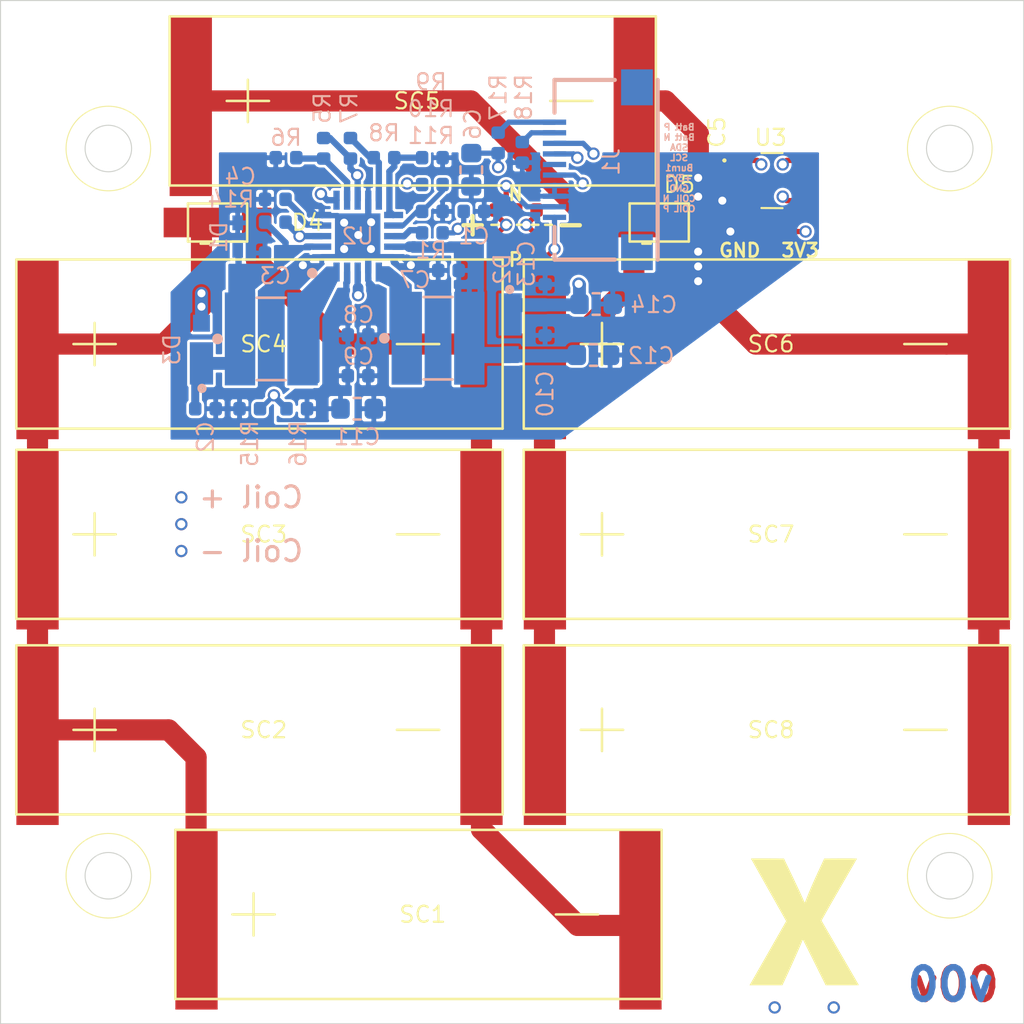
<source format=kicad_pcb>
(kicad_pcb (version 20171130) (host pcbnew "(5.1.4)-1")
  (layers (0 Top signal hide) (1 In1.Cu signal hide) (2 In2.Cu signal hide) (3 In3.Cu signal hide) (4 In4.Cu signal hide) (31 Bottom signal) (34 B.Paste user) (35 F.Paste user hide) (36 B.SilkS user) (37 F.SilkS user hide) (38 B.Mask user) (39 F.Mask user hide) (44 Edge.Cuts user))
  (net 0 "")
  (net 1 GND)
  (net 2 +3V3)
  (net 3 SDA1)
  (net 4 SCL1)
  (net 5 /VBAT)
  (net 6 "Net-(L1-Pad2)")
  (net 7 VOUT_EN)
  (net 8 VSOLAR)
  (net 9 VBAT_OK)
  (net 10 BATT_N)
  (net 11 BATT_P)
  (net 12 BURN1)
  (net 13 COIL_N)
  (net 14 COIL_P)
  (net 15 "Net-(C4-Pad1)")
  (net 16 "Net-(C10-Pad1)")
  (net 17 "Net-(C11-Pad1)")
  (net 18 "Net-(L2-Pad1)")
  (net 19 "Net-(R10-Pad2)")
  (net 20 "Net-(R5-Pad1)")
  (net 21 "Net-(R7-Pad1)")
  (net 22 "Net-(R8-Pad1)")
  (net 23 "Net-(R10-Pad1)")
  (net 24 "Net-(R14-Pad1)")
  (net 25 "Net-(D3-Pad2)")
  (net 26 "Net-(D4-Pad2)")
  (net 27 "Net-(R12-Pad1)")
  (net 28 "Net-(U3-Pad5)")
  (net 29 /coil)
  (module SolarCellParts:KXOB25-05X3F (layer Top) (at 99.27 83.23)
    (fp_text reference SC1 (at 10.7 0) (layer F.SilkS) (effects (font (size 0.762 0.762) (thickness 0.1016))))
    (fp_text value SolarCell_Small)
    (pad 2 smd rect (at 21 0.25) (size 2 8.5) (layers Top F.Paste F.Mask) (net 26 "Net-(D4-Pad2)"))
    (pad 1 smd rect (at 0 0.25) (size 2 8.5) (layers Top F.Paste F.Mask) (net 25 "Net-(D3-Pad2)"))
  )
  (module SolarCellParts:KXOB25-05X3F (layer Top) (at 115.75 74.5)
    (fp_text reference SC8 (at 10.7 0) (layer F.SilkS) (effects (font (size 0.762 0.762) (thickness 0.1016))))
    (fp_text value SolarCell_Small)
    (pad 2 smd rect (at 21 0.25) (size 2 8.5) (layers Top F.Paste F.Mask) (net 1 GND))
    (pad 1 smd rect (at 0 0.25) (size 2 8.5) (layers Top F.Paste F.Mask) (net 26 "Net-(D4-Pad2)"))
  )
  (module SolarCellParts:KXOB25-05X3F (layer Top) (at 115.75 65.25)
    (fp_text reference SC7 (at 10.7 0) (layer F.SilkS) (effects (font (size 0.762 0.762) (thickness 0.1016))))
    (fp_text value SolarCell_Small)
    (pad 2 smd rect (at 21 0.25) (size 2 8.5) (layers Top F.Paste F.Mask) (net 1 GND))
    (pad 1 smd rect (at 0 0.25) (size 2 8.5) (layers Top F.Paste F.Mask) (net 26 "Net-(D4-Pad2)"))
  )
  (module SolarCellParts:KXOB25-05X3F (layer Top) (at 115.75 56.25)
    (fp_text reference SC6 (at 10.7 0) (layer F.SilkS) (effects (font (size 0.762 0.762) (thickness 0.1016))))
    (fp_text value SolarCell_Small)
    (pad 2 smd rect (at 21 0.25) (size 2 8.5) (layers Top F.Paste F.Mask) (net 1 GND))
    (pad 1 smd rect (at 0 0.25) (size 2 8.5) (layers Top F.Paste F.Mask) (net 26 "Net-(D4-Pad2)"))
  )
  (module SolarCellParts:KXOB25-05X3F (layer Top) (at 99 44.75)
    (fp_text reference SC5 (at 10.7 0) (layer F.SilkS) (effects (font (size 0.762 0.762) (thickness 0.1016))))
    (fp_text value SolarCell_Small)
    (pad 2 smd rect (at 21 0.25) (size 2 8.5) (layers Top F.Paste F.Mask) (net 1 GND))
    (pad 1 smd rect (at 0 0.25) (size 2 8.5) (layers Top F.Paste F.Mask) (net 26 "Net-(D4-Pad2)"))
  )
  (module SolarCellParts:KXOB25-05X3F (layer Top) (at 91.75 56.25)
    (fp_text reference SC4 (at 10.7 0) (layer F.SilkS) (effects (font (size 0.762 0.762) (thickness 0.1016))))
    (fp_text value SolarCell_Small)
    (pad 2 smd rect (at 21 0.25) (size 2 8.5) (layers Top F.Paste F.Mask) (net 26 "Net-(D4-Pad2)"))
    (pad 1 smd rect (at 0 0.25) (size 2 8.5) (layers Top F.Paste F.Mask) (net 25 "Net-(D3-Pad2)"))
  )
  (module SolarCellParts:KXOB25-05X3F (layer Top) (at 91.75 65.25)
    (fp_text reference SC3 (at 10.7 0) (layer F.SilkS) (effects (font (size 0.762 0.762) (thickness 0.1016))))
    (fp_text value SolarCell_Small)
    (pad 2 smd rect (at 21 0.25) (size 2 8.5) (layers Top F.Paste F.Mask) (net 26 "Net-(D4-Pad2)"))
    (pad 1 smd rect (at 0 0.25) (size 2 8.5) (layers Top F.Paste F.Mask) (net 25 "Net-(D3-Pad2)"))
  )
  (module SolarCellParts:KXOB25-05X3F (layer Top) (at 91.75 74.5)
    (fp_text reference SC2 (at 10.7 0) (layer F.SilkS) (effects (font (size 0.762 0.762) (thickness 0.1016))))
    (fp_text value SolarCell_Small)
    (pad 2 smd rect (at 21 0.25) (size 2 8.5) (layers Top F.Paste F.Mask) (net 26 "Net-(D4-Pad2)"))
    (pad 1 smd rect (at 0 0.25) (size 2 8.5) (layers Top F.Paste F.Mask) (net 25 "Net-(D3-Pad2)"))
  )
  (module custom-footprints:xpanel (layer Top) (at 144.8435 82.6135)
    (fp_text reference Ref** hide)
    (fp_text value Val** hide)
  )
  (module Resistor_SMD:R_0402_1005Metric (layer Top) (at 114.8715 49.911 180)
    (fp_text reference R19 hide)
    (fp_text value 0)
    (pad 2 smd roundrect (at 0.485 0 180) (size 0.59 0.64) (layers Top F.Paste F.Mask) (net 13 COIL_N))
    (pad 1 smd roundrect (at -0.485 0 180) (size 0.59 0.64) (layers Top F.Paste F.Mask) (net 29 /coil))
  )
  (module Resistor_SMD:R_0402_1005Metric (layer Top) (at 113.90122 49.911 180)
    (fp_text reference R4 hide)
    (fp_text value 0)
    (pad 2 smd roundrect (at 0.485 0 180) (size 0.59 0.64) (layers Top F.Paste F.Mask) (net 29 /coil))
    (pad 1 smd roundrect (at -0.485 0 180) (size 0.59 0.64) (layers Top F.Paste F.Mask) (net 13 COIL_N))
  )
  (module Resistor_SMD:R_0402_1005Metric (layer Top) (at 114.8715 51.308 180)
    (fp_text reference R3 hide)
    (fp_text value 0)
    (pad 2 smd roundrect (at 0.485 0 180) (size 0.59 0.64) (layers Top F.Paste F.Mask) (net 14 COIL_P))
    (pad 1 smd roundrect (at -0.485 0 180) (size 0.59 0.64) (layers Top F.Paste F.Mask) (net 29 /coil))
  )
  (module Resistor_SMD:R_0402_1005Metric (layer Top) (at 113.90122 51.308 180)
    (fp_text reference R2 hide)
    (fp_text value 0)
    (pad 2 smd roundrect (at 0.485 0 180) (size 0.59 0.64) (layers Top F.Paste F.Mask) (net 29 /coil))
    (pad 1 smd roundrect (at -0.485 0 180) (size 0.59 0.64) (layers Top F.Paste F.Mask) (net 14 COIL_P))
  )
  (module custom-footprints:MICROSMP (layer Bottom) (at 99.5045 56.515 90)
    (fp_text reference D3 (at 0 -1.397 270) (layer B.SilkS) (effects (font (size 0.762 0.762) (thickness 0.1016)) (justify mirror)))
    (fp_text value MSS1P4-M3_89A hide)
    (pad 2 smd rect (at 1.25 0) (size 0.8 0.8) (layers Bottom B.Paste B.Mask) (net 25 "Net-(D3-Pad2)"))
    (pad 1 smd rect (at -0.65 0) (size 1.1 2) (layers Bottom B.Paste B.Mask) (net 8 VSOLAR))
  )
  (module misc-circuits:TSL2561 (layer Top) (at 126.492 48.514)
    (fp_text reference U3 (at -0.0635 -2.032) (layer F.SilkS) (effects (font (size 0.762 0.762) (thickness 0.1016))))
    (fp_text value TSL2561 hide)
    (pad 6 smd rect (at 1.45 -0.95 90) (size 0.7 0.9) (layers Top F.Paste F.Mask) (net 3 SDA1))
    (pad 5 smd rect (at 1.45 0 90) (size 0.7 0.9) (layers Top F.Paste F.Mask) (net 28 "Net-(U3-Pad5)"))
    (pad 4 smd rect (at 1.45 0.95 90) (size 0.7 0.9) (layers Top F.Paste F.Mask) (net 4 SCL1))
    (pad 3 smd rect (at -1.45 0.95 90) (size 0.7 0.9) (layers Top F.Paste F.Mask) (net 1 GND))
    (pad 2 smd rect (at -1.45 0 90) (size 0.7 0.9) (layers Top F.Paste F.Mask) (net 27 "Net-(R12-Pad1)"))
    (pad 1 smd rect (at -1.45 -0.95 90) (size 0.7 0.9) (layers Top F.Paste F.Mask) (net 2 +3V3))
  )
  (module Resistor_SMD:R_0402_1005Metric (layer Top) (at 125.834 50.927)
    (fp_text reference R13 hide)
    (fp_text value 0)
    (pad 2 smd roundrect (at 0.485 0) (size 0.59 0.64) (layers Top F.Paste F.Mask) (net 27 "Net-(R12-Pad1)"))
    (pad 1 smd roundrect (at -0.485 0) (size 0.59 0.64) (layers Top F.Paste F.Mask) (net 1 GND))
  )
  (module Resistor_SMD:R_0402_1005Metric (layer Top) (at 126.8095 50.927)
    (fp_text reference R12 hide)
    (fp_text value 0)
    (pad 2 smd roundrect (at 0.485 0) (size 0.59 0.64) (layers Top F.Paste F.Mask) (net 2 +3V3))
    (pad 1 smd roundrect (at -0.485 0) (size 0.59 0.64) (layers Top F.Paste F.Mask) (net 27 "Net-(R12-Pad1)"))
  )
  (module Capacitor_SMD:C_0402_1005Metric (layer Top) (at 123.8885 48.0695 90)
    (fp_text reference C5 (at 1.8415 0 90) (layer F.SilkS) (effects (font (size 0.762 0.762) (thickness 0.1016))))
    (fp_text value 0.1uF)
    (pad 2 smd roundrect (at 0.485 0 90) (size 0.59 0.64) (layers Top F.Paste F.Mask) (net 2 +3V3))
    (pad 1 smd roundrect (at -0.485 0 90) (size 0.59 0.64) (layers Top F.Paste F.Mask) (net 1 GND))
  )
  (module Capacitor_SMD:C_0603_1608Metric (layer Bottom) (at 112.268 48.006 270)
    (fp_text reference C6 (at -2.159 -0.0635 270) (layer B.SilkS) (effects (font (size 0.762 0.762) (thickness 0.1016)) (justify mirror)))
    (fp_text value 100uF)
    (pad 2 smd roundrect (at 0.7875 0 270) (size 0.875 0.95) (layers Bottom B.Paste B.Mask) (net 1 GND))
    (pad 1 smd roundrect (at -0.7875 0 270) (size 0.875 0.95) (layers Bottom B.Paste B.Mask) (net 5 /VBAT))
  )
  (module Capacitor_SMD:C_0402_1005Metric (layer Bottom) (at 106.91366 57.748656)
    (fp_text reference C9 (at 0.02034 -0.916156) (layer B.SilkS) (effects (font (size 0.762 0.762) (thickness 0.1016)) (justify mirror)))
    (fp_text value 0.1uF)
    (pad 2 smd roundrect (at 0.485 0) (size 0.59 0.64) (layers Bottom B.Paste B.Mask) (net 1 GND))
    (pad 1 smd roundrect (at -0.485 0) (size 0.59 0.64) (layers Bottom B.Paste B.Mask) (net 17 "Net-(C11-Pad1)"))
  )
  (module Capacitor_SMD:C_0603_1608Metric (layer Bottom) (at 118.1735 54.356)
    (fp_text reference C14 (at 2.7305 0.033 180) (layer B.SilkS) (effects (font (size 0.762 0.762) (thickness 0.1016)) (justify mirror)))
    (fp_text value 100uF)
    (pad 2 smd roundrect (at 0.7875 0) (size 0.875 0.95) (layers Bottom B.Paste B.Mask) (net 1 GND))
    (pad 1 smd roundrect (at -0.7875 0) (size 0.875 0.95) (layers Bottom B.Paste B.Mask) (net 2 +3V3))
  )
  (module misc-circuits:SOD523 (layer Bottom) (at 101.219 51.216 90)
    (fp_text reference D1 (at -0.7905 -1.3335 90) (layer B.SilkS) (effects (font (size 0.762 0.762) (thickness 0.1016)) (justify right top mirror)))
    (fp_text value SDM20U40-7)
    (pad C smd rect (at -0.6 0 90) (size 0.7 0.5) (layers Bottom B.Paste B.Mask) (net 8 VSOLAR))
    (pad A smd rect (at 0.7 0 90) (size 0.7 0.5) (layers Bottom B.Paste B.Mask) (net 1 GND))
  )
  (module misc-circuits:QFN50P350X350X100-21N-D (layer Bottom) (at 106.89366 51.144656)
    (fp_text reference U2 (at 0 0) (layer B.SilkS) (effects (font (size 0.762 0.762) (thickness 0.1016)) (justify mirror)))
    (fp_text value Value hide)
    (pad 21 smd rect (at 0 0) (size 2.15 2.15) (layers Bottom B.Paste B.Mask) (net 1 GND))
    (pad 20 smd rect (at -1 1.7) (size 0.3 0.9) (layers Bottom B.Paste B.Mask) (net 6 "Net-(L1-Pad2)"))
    (pad 19 smd rect (at -0.5 1.7) (size 0.3 0.9) (layers Bottom B.Paste B.Mask) (net 17 "Net-(C11-Pad1)"))
    (pad 18 smd rect (at 0 1.7) (size 0.3 0.9) (layers Bottom B.Paste B.Mask) (net 5 /VBAT))
    (pad 17 smd rect (at 0.5 1.7) (size 0.3 0.9) (layers Bottom B.Paste B.Mask) (net 1 GND))
    (pad 16 smd rect (at 1 1.7) (size 0.3 0.9) (layers Bottom B.Paste B.Mask) (net 18 "Net-(L2-Pad1)"))
    (pad 15 smd rect (at 1.7 1 270) (size 0.3 0.9) (layers Bottom B.Paste B.Mask) (net 1 GND))
    (pad 14 smd rect (at 1.7 0.5 270) (size 0.3 0.9) (layers Bottom B.Paste B.Mask) (net 16 "Net-(C10-Pad1)"))
    (pad 13 smd rect (at 1.7 0 270) (size 0.3 0.9) (layers Bottom B.Paste B.Mask) (net 9 VBAT_OK))
    (pad 12 smd rect (at 1.7 -0.5 270) (size 0.3 0.9) (layers Bottom B.Paste B.Mask) (net 23 "Net-(R10-Pad1)"))
    (pad 11 smd rect (at 1.7 -1 270) (size 0.3 0.9) (layers Bottom B.Paste B.Mask) (net 22 "Net-(R8-Pad1)"))
    (pad 10 smd rect (at 1 -1.7) (size 0.3 0.9) (layers Bottom B.Paste B.Mask) (net 21 "Net-(R7-Pad1)"))
    (pad 9 smd rect (at 0.5 -1.7) (size 0.3 0.9) (layers Bottom B.Paste B.Mask) (net 1 GND))
    (pad 8 smd rect (at 0 -1.7) (size 0.3 0.9) (layers Bottom B.Paste B.Mask) (net 19 "Net-(R10-Pad2)"))
    (pad 7 smd rect (at -0.5 -1.7) (size 0.3 0.9) (layers Bottom B.Paste B.Mask) (net 20 "Net-(R5-Pad1)"))
    (pad 6 smd rect (at -1 -1.7) (size 0.3 0.9) (layers Bottom B.Paste B.Mask) (net 7 VOUT_EN))
    (pad 5 smd rect (at -1.7 -1 270) (size 0.3 0.9) (layers Bottom B.Paste B.Mask) (net 1 GND))
    (pad 4 smd rect (at -1.7 -0.5 270) (size 0.3 0.9) (layers Bottom B.Paste B.Mask) (net 15 "Net-(C4-Pad1)"))
    (pad 3 smd rect (at -1.7 0 270) (size 0.3 0.9) (layers Bottom B.Paste B.Mask) (net 24 "Net-(R14-Pad1)"))
    (pad 2 smd rect (at -1.7 0.5 270) (size 0.3 0.9) (layers Bottom B.Paste B.Mask) (net 8 VSOLAR))
    (pad 1 smd rect (at -1.7 1 270) (size 0.3 0.9) (layers Bottom B.Paste B.Mask) (net 1 GND))
  )
  (module "SolarCellParts:SB Diode" (layer Top) (at 100.2665 50.5)
    (fp_text reference D4 (at 4.25 0) (layer F.SilkS) (effects (font (size 0.762 0.762) (thickness 0.1016))))
    (fp_text value SBDiode)
    (pad 1 smd rect (at -1.2 0) (size 2.7 1.4) (layers Top F.Paste F.Mask) (net 25 "Net-(D3-Pad2)"))
    (pad 2 smd rect (at 1.85 0) (size 1.4 1.4) (layers Top F.Paste F.Mask) (net 26 "Net-(D4-Pad2)"))
  )
  (module "SolarCellParts:SB Diode" (layer Top) (at 121.158 50.5)
    (fp_text reference D5 (at 0.9525 -1.7955) (layer F.SilkS) (effects (font (size 0.762 0.762) (thickness 0.1016))))
    (fp_text value SBDiode)
    (pad 2 smd rect (at 1.85 0) (size 1.4 1.4) (layers Top F.Paste F.Mask) (net 1 GND))
    (pad 1 smd rect (at -1.2 0) (size 2.7 1.4) (layers Top F.Paste F.Mask) (net 26 "Net-(D4-Pad2)"))
  )
  (module custom-footprints:MICROSMP (layer Bottom) (at 114.1095 55.499 270)
    (fp_text reference D2 (at -2.794 0.381 270) (layer B.SilkS) (effects (font (size 0.762 0.762) (thickness 0.1016)) (justify mirror)))
    (fp_text value MSS1P4-M3_89A hide)
    (pad 2 smd rect (at 1.25 0 180) (size 0.8 0.8) (layers Bottom B.Paste B.Mask) (net 16 "Net-(C10-Pad1)"))
    (pad 1 smd rect (at -0.65 0 180) (size 1.1 2) (layers Bottom B.Paste B.Mask) (net 2 +3V3))
  )
  (module Resistor_SMD:R_0402_1005Metric (layer Bottom) (at 103.505 47.4345)
    (fp_text reference R6 (at 0 -0.9525 180) (layer B.SilkS) (effects (font (size 0.762 0.762) (thickness 0.1016)) (justify mirror)))
    (fp_text value 5.62M)
    (pad 2 smd roundrect (at 0.485 0) (size 0.59 0.64) (layers Bottom B.Paste B.Mask) (net 20 "Net-(R5-Pad1)"))
    (pad 1 smd roundrect (at -0.485 0) (size 0.59 0.64) (layers Bottom B.Paste B.Mask) (net 1 GND))
  )
  (module Resistor_SMD:R_0402_1005Metric (layer Bottom) (at 105.283 46.99 90)
    (fp_text reference R5 (at 1.905 -0.0635 270) (layer B.SilkS) (effects (font (size 0.762 0.762) (thickness 0.1016)) (justify mirror)))
    (fp_text value 7.32M)
    (pad 2 smd roundrect (at 0.485 0 90) (size 0.59 0.64) (layers Bottom B.Paste B.Mask) (net 19 "Net-(R10-Pad2)"))
    (pad 1 smd roundrect (at -0.485 0 90) (size 0.59 0.64) (layers Bottom B.Paste B.Mask) (net 20 "Net-(R5-Pad1)"))
  )
  (module Resistor_SMD:R_0402_1005Metric (layer Bottom) (at 104.013 59.309 180)
    (fp_text reference R16 (at -0.0635 -1.651 90) (layer B.SilkS) (effects (font (size 0.762 0.762) (thickness 0.1016)) (justify mirror)))
    (fp_text value 0)
    (pad 2 smd roundrect (at 0.485 0 180) (size 0.59 0.64) (layers Bottom B.Paste B.Mask) (net 24 "Net-(R14-Pad1)"))
    (pad 1 smd roundrect (at -0.485 0 180) (size 0.59 0.64) (layers Bottom B.Paste B.Mask) (net 17 "Net-(C11-Pad1)"))
  )
  (module Capacitor_SMD:C_0402_1005Metric (layer Bottom) (at 106.91366 55.8165)
    (fp_text reference C8 (at 0.02034 -0.9525) (layer B.SilkS) (effects (font (size 0.762 0.762) (thickness 0.1016)) (justify mirror)))
    (fp_text value 4.7uF)
    (pad 2 smd roundrect (at 0.485 0) (size 0.59 0.64) (layers Bottom B.Paste B.Mask) (net 1 GND))
    (pad 1 smd roundrect (at -0.485 0) (size 0.59 0.64) (layers Bottom B.Paste B.Mask) (net 17 "Net-(C11-Pad1)"))
  )
  (module custom-footprints:XF2M-1015-1A (layer Bottom) (at 116.205 48.006 270)
    (fp_text reference J1 (at -0.37186 -2.68404 90) (layer B.SilkS) (effects (font (size 0.762 0.762) (thickness 0.1016)) (justify mirror)))
    (fp_text value XF2M-1015-1A hide)
    (pad 12 smd rect (at 3.9 -3.9 180) (size 1.5 1.7) (layers Bottom B.Paste B.Mask))
    (pad 11 smd rect (at -3.9 -3.9 180) (size 1.5 1.7) (layers Bottom B.Paste B.Mask))
    (pad 10 smd rect (at 2.25 0 270) (size 0.25 1.1) (layers Bottom B.Paste B.Mask) (net 14 COIL_P))
    (pad 9 smd rect (at 1.75 0 270) (size 0.25 1.1) (layers Bottom B.Paste B.Mask) (net 13 COIL_N))
    (pad 8 smd rect (at 1.25 0 270) (size 0.25 1.1) (layers Bottom B.Paste B.Mask) (net 1 GND))
    (pad 7 smd rect (at 0.75 0 270) (size 0.25 1.1) (layers Bottom B.Paste B.Mask) (net 1 GND))
    (pad 6 smd rect (at 0.25 0 270) (size 0.25 1.1) (layers Bottom B.Paste B.Mask) (net 2 +3V3))
    (pad 5 smd rect (at -0.25 0 270) (size 0.25 1.1) (layers Bottom B.Paste B.Mask) (net 12 BURN1))
    (pad 4 smd rect (at -0.75 0 270) (size 0.25 1.1) (layers Bottom B.Paste B.Mask) (net 4 SCL1))
    (pad 3 smd rect (at -1.25 0 270) (size 0.25 1.1) (layers Bottom B.Paste B.Mask) (net 3 SDA1))
    (pad 2 smd rect (at -1.75 0 270) (size 0.25 1.1) (layers Bottom B.Paste B.Mask) (net 10 BATT_N))
    (pad 1 smd rect (at -2.25 0 270) (size 0.25 1.1) (layers Bottom B.Paste B.Mask) (net 11 BATT_P))
  )
  (module Capacitor_SMD:C_0603_1608Metric (layer Bottom) (at 118.0465 56.769)
    (fp_text reference C12 (at 2.7305 0.033 180) (layer B.SilkS) (effects (font (size 0.762 0.762) (thickness 0.1016)) (justify mirror)))
    (fp_text value 100uF)
    (pad 2 smd roundrect (at 0.7875 0) (size 0.875 0.95) (layers Bottom B.Paste B.Mask) (net 1 GND))
    (pad 1 smd roundrect (at -0.7875 0) (size 0.875 0.95) (layers Bottom B.Paste B.Mask) (net 16 "Net-(C10-Pad1)"))
  )
  (module Capacitor_SMD:C_0402_1005Metric (layer Bottom) (at 115.7605 53.9115 90)
    (fp_text reference C13 (at 1.4605 -0.889 90) (layer B.SilkS) (effects (font (size 0.762 0.762) (thickness 0.1016)) (justify mirror)))
    (fp_text value 0.1uF)
    (pad 2 smd roundrect (at 0.485 0 90) (size 0.59 0.64) (layers Bottom B.Paste B.Mask) (net 1 GND))
    (pad 1 smd roundrect (at -0.485 0 90) (size 0.59 0.64) (layers Bottom B.Paste B.Mask) (net 2 +3V3))
  )
  (module Resistor_SMD:R_0402_1005Metric (layer Bottom) (at 106.553 46.99 270)
    (fp_text reference R7 (at -1.905 0.0635 270) (layer B.SilkS) (effects (font (size 0.762 0.762) (thickness 0.1016)) (justify mirror)))
    (fp_text value 374K)
    (pad 2 smd roundrect (at 0.485 0 270) (size 0.59 0.64) (layers Bottom B.Paste B.Mask) (net 19 "Net-(R10-Pad2)"))
    (pad 1 smd roundrect (at -0.485 0 270) (size 0.59 0.64) (layers Bottom B.Paste B.Mask) (net 21 "Net-(R7-Pad1)"))
  )
  (module Resistor_SMD:R_0402_1005Metric (layer Bottom) (at 110.4265 49.9745 180)
    (fp_text reference R11 (at 0.0635 3.583) (layer B.SilkS) (effects (font (size 0.762 0.762) (thickness 0.1016)) (justify mirror)))
    (fp_text value 4.75M)
    (pad 2 smd roundrect (at 0.485 0 180) (size 0.59 0.64) (layers Bottom B.Paste B.Mask) (net 23 "Net-(R10-Pad1)"))
    (pad 1 smd roundrect (at -0.485 0 180) (size 0.59 0.64) (layers Bottom B.Paste B.Mask) (net 1 GND))
  )
  (module Resistor_SMD:R_0402_1005Metric (layer Bottom) (at 110.4265 47.4345 180)
    (fp_text reference R9 (at 0.0635 3.583) (layer B.SilkS) (effects (font (size 0.762 0.762) (thickness 0.1016)) (justify mirror)))
    (fp_text value 4.53M)
    (pad 2 smd roundrect (at 0.485 0 180) (size 0.59 0.64) (layers Bottom B.Paste B.Mask) (net 22 "Net-(R8-Pad1)"))
    (pad 1 smd roundrect (at -0.485 0 180) (size 0.59 0.64) (layers Bottom B.Paste B.Mask) (net 1 GND))
  )
  (module Resistor_SMD:R_0402_1005Metric (layer Bottom) (at 110.4265 48.7045 180)
    (fp_text reference R10 (at 0.0635 3.583) (layer B.SilkS) (effects (font (size 0.762 0.762) (thickness 0.1016)) (justify mirror)))
    (fp_text value 8.25M)
    (pad 2 smd roundrect (at 0.485 0 180) (size 0.59 0.64) (layers Bottom B.Paste B.Mask) (net 19 "Net-(R10-Pad2)"))
    (pad 1 smd roundrect (at -0.485 0 180) (size 0.59 0.64) (layers Bottom B.Paste B.Mask) (net 23 "Net-(R10-Pad1)"))
  )
  (module Resistor_SMD:R_0402_1005Metric (layer Bottom) (at 108.1405 47.4345 180)
    (fp_text reference R8 (at 0 1.17) (layer B.SilkS) (effects (font (size 0.762 0.762) (thickness 0.1016)) (justify mirror)))
    (fp_text value 8.25M)
    (pad 2 smd roundrect (at 0.485 0 180) (size 0.59 0.64) (layers Bottom B.Paste B.Mask) (net 21 "Net-(R7-Pad1)"))
    (pad 1 smd roundrect (at -0.485 0 180) (size 0.59 0.64) (layers Bottom B.Paste B.Mask) (net 22 "Net-(R8-Pad1)"))
  )
  (module Resistor_SMD:R_0402_1005Metric (layer Bottom) (at 102.997 50.4825 180)
    (fp_text reference R14 (at 2.0955 1.0795) (layer B.SilkS) (effects (font (size 0.762 0.762) (thickness 0.1016)) (justify mirror)))
    (fp_text value 0)
    (pad 2 smd roundrect (at 0.485 0 180) (size 0.59 0.64) (layers Bottom B.Paste B.Mask) (net 8 VSOLAR))
    (pad 1 smd roundrect (at -0.485 0 180) (size 0.59 0.64) (layers Bottom B.Paste B.Mask) (net 24 "Net-(R14-Pad1)"))
  )
  (module Resistor_SMD:R_0402_1005Metric (layer Bottom) (at 101.7905 59.309)
    (fp_text reference R15 (at 0 1.651 90) (layer B.SilkS) (effects (font (size 0.762 0.762) (thickness 0.1016)) (justify mirror)))
    (fp_text value 0)
    (pad 2 smd roundrect (at 0.485 0) (size 0.59 0.64) (layers Bottom B.Paste B.Mask) (net 24 "Net-(R14-Pad1)"))
    (pad 1 smd roundrect (at -0.485 0) (size 0.59 0.64) (layers Bottom B.Paste B.Mask) (net 1 GND))
  )
  (module Resistor_SMD:R_0402_1005Metric (layer Bottom) (at 113.538 46.736 270)
    (fp_text reference R17 (at -2.159 0 90) (layer B.SilkS) (effects (font (size 0.762 0.762) (thickness 0.1016)) (justify mirror)))
    (fp_text value 0)
    (pad 2 smd roundrect (at 0.485 0 270) (size 0.59 0.64) (layers Bottom B.Paste B.Mask) (net 5 /VBAT))
    (pad 1 smd roundrect (at -0.485 0 270) (size 0.59 0.64) (layers Bottom B.Paste B.Mask) (net 11 BATT_P))
  )
  (module Resistor_SMD:R_0402_1005Metric (layer Bottom) (at 114.681 47.1805 270)
    (fp_text reference R18 (at -2.6035 -0.0635 270) (layer B.SilkS) (effects (font (size 0.762 0.762) (thickness 0.1016)) (justify mirror)))
    (fp_text value 0)
    (pad 2 smd roundrect (at 0.485 0 270) (size 0.59 0.64) (layers Bottom B.Paste B.Mask) (net 1 GND))
    (pad 1 smd roundrect (at -0.485 0 270) (size 0.59 0.64) (layers Bottom B.Paste B.Mask) (net 10 BATT_N))
  )
  (module Resistor_SMD:R_0402_1005Metric (layer Bottom) (at 110.4265 50.9905)
    (fp_text reference R1 (at -0.0635 0.8255) (layer B.SilkS) (effects (font (size 0.762 0.762) (thickness 0.1016)) (justify mirror)))
    (fp_text value 0)
    (pad 2 smd roundrect (at 0.485 0) (size 0.59 0.64) (layers Bottom B.Paste B.Mask) (net 7 VOUT_EN))
    (pad 1 smd roundrect (at -0.485 0) (size 0.59 0.64) (layers Bottom B.Paste B.Mask) (net 9 VBAT_OK))
  )
  (module misc-circuits:LPS4018 (layer Bottom) (at 110.69574 55.97398)
    (fp_text reference L2 hide)
    (fp_text value 10uH-LPS4018-103MR hide)
    (pad 2 smd rect (at 1.47955 0) (size 1.4351 4.3942) (layers Bottom B.Paste B.Mask) (net 16 "Net-(C10-Pad1)"))
    (pad 1 smd rect (at -1.47955 0) (size 1.4351 4.3942) (layers Bottom B.Paste B.Mask) (net 18 "Net-(L2-Pad1)"))
  )
  (module misc-circuits:LPS4018 (layer Bottom) (at 102.8065 56.007)
    (fp_text reference L1 hide)
    (fp_text value 22uH-LPS4018-223MR hide)
    (pad 2 smd rect (at 1.47955 0) (size 1.4351 4.3942) (layers Bottom B.Paste B.Mask) (net 6 "Net-(L1-Pad2)"))
    (pad 1 smd rect (at -1.47955 0) (size 1.4351 4.3942) (layers Bottom B.Paste B.Mask) (net 8 VSOLAR))
  )
  (module Capacitor_SMD:C_0603_1608Metric (layer Bottom) (at 106.8705 59.309)
    (fp_text reference C11 (at 0 1.3335) (layer B.SilkS) (effects (font (size 0.762 0.762) (thickness 0.1016)) (justify mirror)))
    (fp_text value 100uF)
    (pad 2 smd roundrect (at 0.7875 0) (size 0.875 0.95) (layers Bottom B.Paste B.Mask) (net 1 GND))
    (pad 1 smd roundrect (at -0.7875 0) (size 0.875 0.95) (layers Bottom B.Paste B.Mask) (net 17 "Net-(C11-Pad1)"))
  )
  (module Capacitor_SMD:C_0402_1005Metric (layer Bottom) (at 111.1885 52.7685 180)
    (fp_text reference C7 (at 1.5875 -0.4445) (layer B.SilkS) (effects (font (size 0.762 0.762) (thickness 0.1016)) (justify mirror)))
    (fp_text value 22uF)
    (pad 2 smd roundrect (at 0.485 0 180) (size 0.59 0.64) (layers Bottom B.Paste B.Mask) (net 1 GND))
    (pad 1 smd roundrect (at -0.485 0 180) (size 0.59 0.64) (layers Bottom B.Paste B.Mask) (net 16 "Net-(C10-Pad1)"))
  )
  (module Capacitor_SMD:C_0402_1005Metric (layer Bottom) (at 102.997 49.403 180)
    (fp_text reference C4 (at 1.651 1.0795) (layer B.SilkS) (effects (font (size 0.762 0.762) (thickness 0.1016)) (justify mirror)))
    (fp_text value 10nF)
    (pad 2 smd roundrect (at 0.485 0 180) (size 0.59 0.64) (layers Bottom B.Paste B.Mask) (net 1 GND))
    (pad 1 smd roundrect (at -0.485 0 180) (size 0.59 0.64) (layers Bottom B.Paste B.Mask) (net 15 "Net-(C4-Pad1)"))
  )
  (module Capacitor_SMD:C_0402_1005Metric (layer Bottom) (at 99.695 59.309)
    (fp_text reference C2 (at 0 1.3335 90) (layer B.SilkS) (effects (font (size 0.762 0.762) (thickness 0.1016)) (justify mirror)))
    (fp_text value 0.1uF)
    (pad 2 smd roundrect (at 0.485 0) (size 0.59 0.64) (layers Bottom B.Paste B.Mask) (net 1 GND))
    (pad 1 smd roundrect (at -0.485 0) (size 0.59 0.64) (layers Bottom B.Paste B.Mask) (net 8 VSOLAR))
  )
  (module Capacitor_SMD:C_0402_1005Metric (layer Bottom) (at 115.7605 56.3245 90)
    (fp_text reference C10 (at -2.286 0 270) (layer B.SilkS) (effects (font (size 0.762 0.762) (thickness 0.1016)) (justify mirror)))
    (fp_text value 0.1uF)
    (pad 2 smd roundrect (at 0.485 0 90) (size 0.59 0.64) (layers Bottom B.Paste B.Mask) (net 1 GND))
    (pad 1 smd roundrect (at -0.485 0 90) (size 0.59 0.64) (layers Bottom B.Paste B.Mask) (net 16 "Net-(C10-Pad1)"))
  )
  (module Capacitor_SMD:C_0402_1005Metric (layer Bottom) (at 102.997 51.943 180)
    (fp_text reference C3 (at 0 -1.0795) (layer B.SilkS) (effects (font (size 0.762 0.762) (thickness 0.1016)) (justify mirror)))
    (fp_text value 4.7uF)
    (pad 2 smd roundrect (at 0.485 0 180) (size 0.59 0.64) (layers Bottom B.Paste B.Mask) (net 1 GND))
    (pad 1 smd roundrect (at -0.485 0 180) (size 0.59 0.64) (layers Bottom B.Paste B.Mask) (net 8 VSOLAR))
  )
  (module Capacitor_SMD:C_0402_1005Metric (layer Bottom) (at 112.395 49.9745)
    (fp_text reference C1 (at 0 1.17) (layer B.SilkS) (effects (font (size 0.762 0.762) (thickness 0.1016)) (justify mirror)))
    (fp_text value 1.0uF)
    (pad 2 smd roundrect (at 0.485 0) (size 0.59 0.64) (layers Bottom B.Paste B.Mask) (net 1 GND))
    (pad 1 smd roundrect (at -0.485 0) (size 0.59 0.64) (layers Bottom B.Paste B.Mask) (net 7 VOUT_EN))
  )
  (gr_text "Batt P\nBatt N\nSDA\nSCL\nBurn1\n+3V3\nGND\nCOIL N\nCOIL P" (at 122.1 47.92) (layer B.SilkS) (effects (font (size 0.3 0.3) (thickness 0.075)) (justify mirror)))
  (gr_text v00 (at 134.9375 86.5505) (layer Bottom) (effects (font (size 1.5 1.5) (thickness 0.3)) (justify mirror)))
  (gr_text v00 (at 135.1915 86.5505) (layer Top) (effects (font (size 1.5 1.5) (thickness 0.3))))
  (gr_text 3V3 (at 127.8255 51.816) (layer F.SilkS) (effects (font (size 0.635 0.635) (thickness 0.127))))
  (gr_text GND (at 124.968 51.816) (layer F.SilkS) (effects (font (size 0.635 0.635) (thickness 0.127))))
  (gr_text - (at 116.967 50.546) (layer F.SilkS) (effects (font (size 1.143 1.143) (thickness 0.2032))))
  (gr_text P (at 114.3635 52.2605) (layer F.SilkS) (effects (font (size 0.635 0.635) (thickness 0.127))))
  (gr_text N (at 114.3635 49.0855 180) (layer F.SilkS) (effects (font (size 0.635 0.635) (thickness 0.127))))
  (gr_text + (at 112.3315 50.546) (layer F.SilkS) (effects (font (size 1.143 1.143) (thickness 0.2032))))
  (gr_line (start 113.538 50.6095) (end 113.2205 50.6095) (layer F.SilkS) (width 0.12))
  (gr_line (start 114.7445 50.6095) (end 114.427 50.6095) (layer F.SilkS) (width 0.12))
  (gr_line (start 113.792 50.6095) (end 114.1095 50.6095) (layer F.SilkS) (width 0.12))
  (gr_line (start 115.1255 50.6095) (end 115.443 50.6095) (layer F.SilkS) (width 0.12))
  (gr_line (start 116.078 50.6095) (end 115.7605 50.6095) (layer F.SilkS) (width 0.12))
  (gr_text "Coil -" (at 101.854 66.04) (layer B.SilkS) (effects (font (size 1 1)) (justify mirror)))
  (gr_text "Coil +" (at 101.854 63.5) (layer B.SilkS) (effects (font (size 1 1)) (justify mirror)))
  (gr_circle (center 95.1 47) (end 96.2 47) (layer Edge.Cuts) (width 0.05))
  (gr_circle (center 95.1 81.4) (end 97.1 81.4) (layer F.SilkS) (width 0.05))
  (gr_circle (center 134.9 81.4) (end 136.9 81.4) (layer F.SilkS) (width 0.05))
  (gr_circle (center 134.9 47) (end 136.9 47) (layer F.SilkS) (width 0.05))
  (gr_circle (center 95.1 47) (end 97.1 47) (layer F.SilkS) (width 0.05))
  (gr_circle (center 95.1 81.4) (end 96.2 81.4) (layer Edge.Cuts) (width 0.05))
  (gr_circle (center 134.9 81.4) (end 136 81.4) (layer Edge.Cuts) (width 0.05))
  (gr_circle (center 134.9 47) (end 136 47) (layer Edge.Cuts) (width 0.05))
  (gr_line (start 90 88.4) (end 138.4 88.4) (layer Edge.Cuts) (width 0.05))
  (gr_line (start 90 88.4) (end 90 40) (layer Edge.Cuts) (width 0.05))
  (gr_line (start 138.4 40) (end 138.4 88.4) (layer Edge.Cuts) (width 0.05))
  (gr_line (start 90 40) (end 138.4 40) (layer Edge.Cuts) (width 0.05))
  (segment (start 136.75 56.25) (end 136.75 74.5) (width 1) (layer Top) (net 1))
  (segment (start 120 44.75) (end 121.458 44.75) (width 1) (layer Top) (net 1))
  (segment (start 121.458 44.75) (end 123.008 46.3) (width 1) (layer Top) (net 1))
  (segment (start 106.89366 51.144656) (end 106.28406 51.754256) (width 0.2032) (layer Bottom) (net 1))
  (segment (start 106.28406 51.754256) (end 106.25326 51.754256) (width 0.2032) (layer Bottom) (net 1))
  (via (at 106.25326 51.754256) (size 0.5842) (drill 0.381) (layers Top Bottom) (net 1))
  (segment (start 106.89366 51.144656) (end 107.50326 51.754256) (width 0.2032) (layer Bottom) (net 1))
  (segment (start 107.50326 51.754256) (end 107.52326 51.754256) (width 0.2032) (layer Bottom) (net 1))
  (via (at 107.52326 51.754256) (size 0.5842) (drill 0.381) (layers Top Bottom) (net 1))
  (segment (start 106.89366 51.144656) (end 106.28406 50.535056) (width 0.2032) (layer Bottom) (net 1))
  (segment (start 106.28406 50.535056) (end 106.25326 50.509656) (width 0.2032) (layer Bottom) (net 1))
  (via (at 106.25326 50.509656) (size 0.5842) (drill 0.381) (layers Top Bottom) (net 1))
  (segment (start 108.54366 52.144656) (end 108.92966 52.144656) (width 0.2032) (layer Bottom) (net 1))
  (via (at 109.4105 52.5145) (size 0.5842) (drill 0.381) (layers Top Bottom) (net 1))
  (segment (start 105.238604 50.1396) (end 105.0417 50.1396) (width 0.2286) (layer Bottom) (net 1))
  (segment (start 107.43437 53.28157) (end 107.5944 53.4416) (width 0.2286) (layer Bottom) (net 1))
  (segment (start 107.43437 53.150334) (end 107.43437 53.28157) (width 0.2286) (layer Bottom) (net 1))
  (segment (start 107.39366 52.794656) (end 107.39366 53.109624) (width 0.2286) (layer Bottom) (net 1))
  (segment (start 107.39366 53.109624) (end 107.43437 53.150334) (width 0.2286) (layer Bottom) (net 1))
  (segment (start 109.040656 52.144656) (end 109.4105 52.5145) (width 0.29972) (layer Bottom) (net 1))
  (segment (start 108.59366 52.144656) (end 109.040656 52.144656) (width 0.29972) (layer Bottom) (net 1))
  (segment (start 108.59366 52.144656) (end 108.59366 52.33266) (width 0.29972) (layer Bottom) (net 1))
  (segment (start 108.59366 52.33266) (end 108.712 52.451) (width 0.29972) (layer Bottom) (net 1))
  (segment (start 107.39366 51.99134) (end 107.442 51.943) (width 0.29972) (layer Bottom) (net 1))
  (segment (start 107.39366 52.844656) (end 107.39366 51.99134) (width 0.29972) (layer Bottom) (net 1))
  (segment (start 107.39366 50.21334) (end 107.3785 50.2285) (width 0.29972) (layer Bottom) (net 1))
  (segment (start 107.39366 49.444656) (end 107.39366 50.21334) (width 0.29972) (layer Bottom) (net 1))
  (segment (start 107.891115 52.115255) (end 107.51058 51.73472) (width 0.254) (layer Bottom) (net 1))
  (segment (start 108.564259 52.115255) (end 107.891115 52.115255) (width 0.254) (layer Bottom) (net 1))
  (segment (start 108.59366 52.144656) (end 108.564259 52.115255) (width 0.254) (layer Bottom) (net 1))
  (segment (start 105.921005 52.115255) (end 106.19994 51.83632) (width 0.254) (layer Bottom) (net 1))
  (segment (start 105.223061 52.115255) (end 105.921005 52.115255) (width 0.254) (layer Bottom) (net 1))
  (segment (start 105.19366 52.144656) (end 105.223061 52.115255) (width 0.254) (layer Bottom) (net 1))
  (segment (start 105.932137 50.174057) (end 106.02468 50.2666) (width 0.254) (layer Bottom) (net 1))
  (segment (start 105.223061 50.174057) (end 105.932137 50.174057) (width 0.254) (layer Bottom) (net 1))
  (segment (start 105.19366 50.144656) (end 105.223061 50.174057) (width 0.254) (layer Bottom) (net 1))
  (segment (start 104.907056 50.144656) (end 104.6353 49.8729) (width 0.29972) (layer Bottom) (net 1))
  (segment (start 105.19366 50.144656) (end 104.907056 50.144656) (width 0.29972) (layer Bottom) (net 1))
  (segment (start 105.19366 49.86992) (end 105.18902 49.86528) (width 0.29972) (layer Bottom) (net 1))
  (segment (start 105.19366 50.144656) (end 105.19366 49.86992) (width 0.29972) (layer Bottom) (net 1))
  (via (at 107.5309 50.48504) (size 0.5842) (drill 0.381) (layers Top Bottom) (net 1))
  (via (at 106.92384 51.0921) (size 0.5842) (drill 0.381) (layers Top Bottom) (net 1))
  (segment (start 104.677049 52.144656) (end 104.594111 52.227594) (width 0.2032) (layer Bottom) (net 1))
  (segment (start 104.594111 52.227594) (end 104.302012 52.519693) (width 0.2032) (layer Bottom) (net 1))
  (segment (start 105.24366 52.144656) (end 104.677049 52.144656) (width 0.2032) (layer Bottom) (net 1))
  (via (at 104.302012 52.519693) (size 0.5842) (drill 0.381) (layers Top Bottom) (net 1))
  (segment (start 134.75 56.25) (end 136.75 56.25) (width 1) (layer Top) (net 1))
  (segment (start 125.719 56.25) (end 134.75 56.25) (width 1) (layer Top) (net 1))
  (segment (start 123.008 50.5) (end 123.008 53.539) (width 1) (layer Top) (net 1))
  (segment (start 123.008 53.539) (end 125.719 56.25) (width 1) (layer Top) (net 1))
  (via (at 122.9995 53.2765) (size 0.5842) (drill 0.381) (layers Top Bottom) (net 1))
  (via (at 122.9995 52.578) (size 0.5842) (drill 0.381) (layers Top Bottom) (net 1))
  (via (at 122.9995 51.8795) (size 0.5842) (drill 0.381) (layers Top Bottom) (net 1))
  (via (at 122.9995 49.276) (size 0.5842) (drill 0.381) (layers Top Bottom) (net 1))
  (via (at 124.14251 49.4665) (size 0.5842) (drill 0.381) (layers Top Bottom) (net 1))
  (segment (start 124.14501 49.464) (end 124.14251 49.4665) (width 0.249936) (layer Top) (net 1))
  (segment (start 125.042 49.464) (end 124.14501 49.464) (width 0.249936) (layer Top) (net 1))
  (via (at 124.5235 50.927) (size 0.5842) (drill 0.381) (layers Top Bottom) (net 1))
  (segment (start 125.349 50.927) (end 124.5235 50.927) (width 0.24892) (layer Top) (net 1))
  (segment (start 123.2765 48.5545) (end 123.008 48.823) (width 0.24892) (layer Top) (net 1))
  (segment (start 123.8885 48.5545) (end 123.2765 48.5545) (width 0.24892) (layer Top) (net 1))
  (segment (start 123.008 46.3) (end 123.008 48.823) (width 1) (layer Top) (net 1))
  (segment (start 123.008 48.823) (end 123.008 50.5) (width 1) (layer Top) (net 1))
  (via (at 122.9995 48.387) (size 0.5842) (drill 0.381) (layers Top Bottom) (net 1))
  (via (at 125.984 47.752) (size 0.5842) (drill 0.381) (layers Top Bottom) (net 2))
  (segment (start 125.042 47.564) (end 125.796 47.564) (width 0.249936) (layer Top) (net 2))
  (segment (start 125.796 47.564) (end 125.984 47.752) (width 0.249936) (layer Top) (net 2))
  (segment (start 114.562 54.3965) (end 114.1095 54.849) (width 0.635) (layer Bottom) (net 2))
  (segment (start 115.7605 54.3965) (end 114.562 54.3965) (width 0.635) (layer Bottom) (net 2))
  (segment (start 117.23572 48.348901) (end 117.53761 48.650791) (width 0.24892) (layer Bottom) (net 2))
  (segment (start 116.205 48.256) (end 117.142819 48.256) (width 0.24892) (layer Bottom) (net 2))
  (via (at 117.53761 48.650791) (size 0.5842) (drill 0.381) (layers Top Bottom) (net 2))
  (segment (start 117.142819 48.256) (end 117.23572 48.348901) (width 0.24892) (layer Bottom) (net 2))
  (via (at 117.348 53.4035) (size 0.5842) (drill 0.381) (layers Top Bottom) (net 2))
  (segment (start 117.386 54.356) (end 117.386 53.4415) (width 0.6096) (layer Bottom) (net 2))
  (segment (start 117.386 53.4415) (end 117.348 53.4035) (width 0.6096) (layer Bottom) (net 2))
  (segment (start 117.3455 54.3965) (end 117.386 54.356) (width 0.6096) (layer Bottom) (net 2))
  (segment (start 115.7605 54.3965) (end 117.3455 54.3965) (width 0.6096) (layer Bottom) (net 2))
  (via (at 128.0795 50.927) (size 0.5842) (drill 0.381) (layers Top Bottom) (net 2))
  (segment (start 127.2945 50.927) (end 128.0795 50.927) (width 0.24892) (layer Top) (net 2))
  (segment (start 125.0215 47.5845) (end 125.042 47.564) (width 0.24892) (layer Top) (net 2))
  (segment (start 123.8885 47.5845) (end 125.0215 47.5845) (width 0.24892) (layer Top) (net 2))
  (via (at 127 47.752) (size 0.5842) (drill 0.381) (layers Top Bottom) (net 3))
  (segment (start 127.942 47.564) (end 127.188 47.564) (width 0.249936) (layer Top) (net 3))
  (segment (start 127.188 47.564) (end 127 47.752) (width 0.249936) (layer Top) (net 3))
  (segment (start 116.205 46.756) (end 117.559965 46.756) (width 0.24892) (layer Bottom) (net 3))
  (segment (start 117.559965 46.756) (end 118.04774 47.243775) (width 0.24892) (layer Bottom) (net 3))
  (via (at 118.04774 47.243775) (size 0.5842) (drill 0.381) (layers Top Bottom) (net 3))
  (via (at 127 49.276) (size 0.5842) (drill 0.381) (layers Top Bottom) (net 4))
  (segment (start 127.942 49.464) (end 127.188 49.464) (width 0.249936) (layer Top) (net 4))
  (segment (start 127.188 49.464) (end 127 49.276) (width 0.249936) (layer Top) (net 4))
  (segment (start 116.205 47.256) (end 117.105998 47.256) (width 0.24892) (layer Bottom) (net 4))
  (segment (start 117.105998 47.256) (end 117.2845 47.434502) (width 0.24892) (layer Bottom) (net 4))
  (via (at 117.2845 47.434502) (size 0.5842) (drill 0.381) (layers Top Bottom) (net 4))
  (segment (start 106.89366 53.918656) (end 106.91366 53.938656) (width 0.2032) (layer Bottom) (net 5))
  (segment (start 106.91366 53.938656) (end 106.91366 53.594) (width 0.508) (layer Bottom) (net 5))
  (segment (start 106.89366 53.574) (end 106.91366 53.594) (width 0.29972) (layer Bottom) (net 5))
  (segment (start 106.89366 52.844656) (end 106.89366 53.574) (width 0.29972) (layer Bottom) (net 5))
  (via (at 106.91366 53.938656) (size 0.5842) (drill 0.381) (layers Top Bottom) (net 5))
  (via (at 113.538 47.879) (size 0.5842) (drill 0.381) (layers Top Bottom) (net 5))
  (segment (start 113.538 47.221) (end 113.538 47.879) (width 0.24892) (layer Bottom) (net 5))
  (segment (start 113.538 47.221) (end 112.283 47.221) (width 0.24892) (layer Bottom) (net 5))
  (via (at 105.156 49.149) (size 0.5842) (drill 0.381) (layers Top Bottom) (net 7))
  (segment (start 105.89366 49.444656) (end 105.451656 49.444656) (width 0.29972) (layer Bottom) (net 7))
  (segment (start 105.451656 49.444656) (end 105.156 49.149) (width 0.29972) (layer Bottom) (net 7))
  (segment (start 111.379 50.9905) (end 110.9115 50.9905) (width 0.24892) (layer Bottom) (net 7))
  (via (at 111.633 50.8) (size 0.5842) (drill 0.381) (layers Top Bottom) (net 7))
  (segment (start 111.379 50.9905) (end 111.4425 50.9905) (width 0.24892) (layer Bottom) (net 7))
  (segment (start 111.4425 50.9905) (end 111.633 50.8) (width 0.24892) (layer Bottom) (net 7))
  (segment (start 111.91 50.523) (end 111.633 50.8) (width 0.24892) (layer Bottom) (net 7))
  (segment (start 111.91 49.9745) (end 111.91 50.523) (width 0.24892) (layer Bottom) (net 7))
  (segment (start 104.775254 51.6382) (end 104.4575 51.6382) (width 0.29972) (layer Bottom) (net 8))
  (segment (start 105.24366 51.644656) (end 104.78171 51.644656) (width 0.2286) (layer Bottom) (net 8))
  (segment (start 104.78171 51.644656) (end 104.775254 51.6382) (width 0.2286) (layer Bottom) (net 8))
  (segment (start 103.482 51.4525) (end 103.482 51.943) (width 0.29972) (layer Bottom) (net 8))
  (segment (start 102.512 50.4825) (end 103.482 51.4525) (width 0.29972) (layer Bottom) (net 8))
  (segment (start 101.2595 51.943) (end 101.2595 52.5375) (width 0.29972) (layer Bottom) (net 8))
  (segment (start 101.204 57.165) (end 101.219 57.15) (width 0.6096) (layer Bottom) (net 8))
  (segment (start 99.5045 57.165) (end 101.204 57.165) (width 0.6096) (layer Bottom) (net 8))
  (segment (start 99.21 59.309) (end 99.21 57.4595) (width 0.381) (layer Bottom) (net 8))
  (segment (start 109.056656 51.144656) (end 109.056676 51.144676) (width 0.29972) (layer Bottom) (net 9))
  (segment (start 108.59366 51.144656) (end 109.056656 51.144656) (width 0.29972) (layer Bottom) (net 9))
  (segment (start 109.8145 50.8635) (end 109.9415 50.9905) (width 0.29972) (layer Bottom) (net 9))
  (segment (start 109.056656 51.144656) (end 109.092617 51.144656) (width 0.29972) (layer Bottom) (net 9))
  (segment (start 109.092617 51.144656) (end 109.373773 50.8635) (width 0.29972) (layer Bottom) (net 9))
  (segment (start 109.373773 50.8635) (end 109.8145 50.8635) (width 0.29972) (layer Bottom) (net 9))
  (segment (start 115.1205 46.256) (end 114.681 46.6955) (width 0.24892) (layer Bottom) (net 10))
  (segment (start 116.205 46.256) (end 115.1205 46.256) (width 0.24892) (layer Bottom) (net 10))
  (segment (start 114.033 45.756) (end 113.538 46.251) (width 0.24892) (layer Bottom) (net 11))
  (segment (start 116.205 45.756) (end 114.033 45.756) (width 0.24892) (layer Bottom) (net 11))
  (segment (start 114.211099 49.060099) (end 113.919 48.768) (width 0.24892) (layer Bottom) (net 13))
  (segment (start 113.919 49.38028) (end 113.919 49.181091) (width 0.24892) (layer Top) (net 13))
  (segment (start 116.205 49.756) (end 114.907 49.756) (width 0.24892) (layer Bottom) (net 13))
  (segment (start 114.907 49.756) (end 114.211099 49.060099) (width 0.24892) (layer Bottom) (net 13))
  (segment (start 113.919 49.181091) (end 113.919 48.768) (width 0.24892) (layer Top) (net 13))
  (segment (start 114.38622 49.8475) (end 113.919 49.38028) (width 0.24892) (layer Top) (net 13))
  (via (at 113.919 48.768) (size 0.5842) (drill 0.381) (layers Top Bottom) (net 13))
  (via (at 116.205 51.7525) (size 0.5842) (drill 0.381) (layers Top Bottom) (net 14))
  (segment (start 116.205 50.256) (end 116.205 51.7525) (width 0.24892) (layer Bottom) (net 14))
  (segment (start 115.912901 52.044599) (end 116.205 51.7525) (width 0.24892) (layer Top) (net 14))
  (segment (start 114.766319 52.044599) (end 115.912901 52.044599) (width 0.24892) (layer Top) (net 14))
  (segment (start 114.38622 51.6645) (end 114.766319 52.044599) (width 0.24892) (layer Top) (net 14))
  (segment (start 114.38622 51.2445) (end 114.38622 51.6645) (width 0.24892) (layer Top) (net 14))
  (segment (start 104.490637 50.596917) (end 104.21112 50.3174) (width 0.29972) (layer Bottom) (net 15))
  (segment (start 105.19366 50.644656) (end 105.145921 50.596917) (width 0.29972) (layer Bottom) (net 15))
  (segment (start 105.145921 50.596917) (end 104.490637 50.596917) (width 0.29972) (layer Bottom) (net 15))
  (segment (start 104.21112 50.13212) (end 103.482 49.403) (width 0.29972) (layer Bottom) (net 15))
  (segment (start 104.21112 50.3174) (end 104.21112 50.13212) (width 0.29972) (layer Bottom) (net 15))
  (segment (start 108.59366 51.644656) (end 109.34338 51.644656) (width 0.29972) (layer Bottom) (net 16))
  (segment (start 109.34338 51.644656) (end 110.064656 51.644656) (width 0.508) (layer Bottom) (net 16))
  (segment (start 112.7125 54.54777) (end 112.7125 53.5305) (width 0.29972) (layer Bottom) (net 16))
  (segment (start 111.6457 54.59857) (end 111.6457 53.4797) (width 0.29972) (layer Bottom) (net 16))
  (segment (start 112.629 56.6855) (end 112.014 56.0705) (width 0.2286) (layer Bottom) (net 16))
  (segment (start 114.1095 56.769) (end 112.629 56.769) (width 0.762) (layer Bottom) (net 16))
  (segment (start 114.2335 56.8095) (end 114.1095 56.6855) (width 0.635) (layer Bottom) (net 16))
  (segment (start 115.7605 56.8095) (end 114.2335 56.8095) (width 0.635) (layer Bottom) (net 16))
  (segment (start 117.244 56.8095) (end 117.2845 56.769) (width 0.635) (layer Bottom) (net 16))
  (segment (start 115.7605 56.8095) (end 117.244 56.8095) (width 0.635) (layer Bottom) (net 16))
  (segment (start 106.39366 53.327316) (end 106.35739 53.363586) (width 0.29972) (layer Bottom) (net 17))
  (segment (start 106.39366 52.844656) (end 106.39366 53.327316) (width 0.29972) (layer Bottom) (net 17))
  (segment (start 106.35739 53.363586) (end 106.35739 53.721) (width 0.29972) (layer Bottom) (net 17))
  (segment (start 105.583 46.505) (end 106.553 47.475) (width 0.29972) (layer Bottom) (net 19))
  (segment (start 105.283 46.505) (end 105.583 46.505) (width 0.29972) (layer Bottom) (net 19))
  (via (at 106.8705 48.26) (size 0.5842) (drill 0.381) (layers Top Bottom) (net 19))
  (segment (start 106.553 47.475) (end 106.553 47.9425) (width 0.29972) (layer Bottom) (net 19))
  (segment (start 106.553 47.9425) (end 106.578401 47.967901) (width 0.29972) (layer Bottom) (net 19))
  (segment (start 106.578401 47.967901) (end 106.8705 48.26) (width 0.29972) (layer Bottom) (net 19))
  (segment (start 106.89366 49.444656) (end 106.89366 48.28316) (width 0.29972) (layer Bottom) (net 19))
  (segment (start 106.89366 48.28316) (end 106.8705 48.26) (width 0.29972) (layer Bottom) (net 19))
  (via (at 109.232672 48.65369) (size 0.5842) (drill 0.381) (layers Top Bottom) (net 19))
  (segment (start 109.9415 48.7045) (end 109.283482 48.7045) (width 0.2286) (layer Bottom) (net 19))
  (segment (start 109.283482 48.7045) (end 109.232672 48.65369) (width 0.2286) (layer Bottom) (net 19))
  (segment (start 106.39366 48.58566) (end 105.283 47.475) (width 0.29972) (layer Bottom) (net 20))
  (segment (start 106.39366 49.444656) (end 106.39366 48.58566) (width 0.29972) (layer Bottom) (net 20))
  (segment (start 105.283 47.475) (end 104.013 47.475) (width 0.29972) (layer Bottom) (net 20))
  (segment (start 107.89366 49.444656) (end 107.89366 47.67266) (width 0.29972) (layer Bottom) (net 21))
  (segment (start 107.89366 47.67266) (end 107.6555 47.4345) (width 0.29972) (layer Bottom) (net 21))
  (segment (start 107.4825 47.4345) (end 106.553 46.505) (width 0.29972) (layer Bottom) (net 21))
  (segment (start 107.6555 47.4345) (end 107.4825 47.4345) (width 0.29972) (layer Bottom) (net 21))
  (segment (start 108.6255 47.8545) (end 108.6255 47.4345) (width 0.29972) (layer Bottom) (net 22))
  (segment (start 108.3945 48.0855) (end 108.6255 47.8545) (width 0.29972) (layer Bottom) (net 22))
  (segment (start 108.3945 49.9745) (end 108.3945 48.0855) (width 0.29972) (layer Bottom) (net 22))
  (segment (start 108.59366 50.144656) (end 108.564656 50.144656) (width 0.29972) (layer Bottom) (net 22))
  (segment (start 108.564656 50.144656) (end 108.3945 49.9745) (width 0.29972) (layer Bottom) (net 22))
  (segment (start 108.6255 47.4345) (end 109.9415 47.4345) (width 0.29972) (layer Bottom) (net 22))
  (segment (start 110.9115 49.0045) (end 109.9415 49.9745) (width 0.2286) (layer Bottom) (net 23))
  (segment (start 110.9115 48.768) (end 110.9115 49.0045) (width 0.2286) (layer Bottom) (net 23))
  (segment (start 109.039418 50.644656) (end 109.709574 49.9745) (width 0.2286) (layer Bottom) (net 23))
  (segment (start 109.709574 49.9745) (end 109.982 49.9745) (width 0.2286) (layer Bottom) (net 23))
  (segment (start 108.59366 50.644656) (end 109.039418 50.644656) (width 0.2286) (layer Bottom) (net 23))
  (segment (start 104.144156 51.144656) (end 103.482 50.4825) (width 0.29972) (layer Bottom) (net 24))
  (segment (start 105.19366 51.144656) (end 104.144156 51.144656) (width 0.29972) (layer Bottom) (net 24))
  (via (at 104.144156 51.144656) (size 0.5842) (drill 0.381) (layers Top Bottom) (net 24))
  (via (at 102.9335 58.674) (size 0.5842) (drill 0.381) (layers Top Bottom) (net 24))
  (segment (start 102.9335 58.7145) (end 102.9335 58.674) (width 0.29972) (layer Bottom) (net 24))
  (segment (start 103.528 59.309) (end 102.9335 58.7145) (width 0.29972) (layer Bottom) (net 24))
  (segment (start 102.2985 59.309) (end 102.9335 58.674) (width 0.2286) (layer Bottom) (net 24))
  (segment (start 102.2755 59.309) (end 102.2985 59.309) (width 0.2286) (layer Bottom) (net 24))
  (segment (start 91.75 74.5) (end 91.75 56.25) (width 1) (layer Top) (net 25))
  (segment (start 99.25 75.8) (end 99.25 83.75) (width 1) (layer Top) (net 25))
  (segment (start 91.75 74.5) (end 97.95 74.5) (width 1) (layer Top) (net 25))
  (segment (start 97.95 74.5) (end 99.25 75.8) (width 1) (layer Top) (net 25))
  (segment (start 99.5045 55.265) (end 99.5045 53.848) (width 0.6096) (layer Bottom) (net 25))
  (via (at 99.5045 53.848) (size 0.5842) (drill 0.381) (layers Top Bottom) (net 25))
  (segment (start 97.7375 56.25) (end 99.5045 54.483) (width 1) (layer Top) (net 25))
  (segment (start 91.75 56.25) (end 97.7375 56.25) (width 1) (layer Top) (net 25))
  (segment (start 99.5045 54.483) (end 99.5045 50.938) (width 1) (layer Top) (net 25))
  (segment (start 99.5045 50.938) (end 99.0665 50.5) (width 1) (layer Top) (net 25))
  (via (at 99.5045 54.483) (size 0.5842) (drill 0.381) (layers Top Bottom) (net 25))
  (segment (start 112.75 56.25) (end 112.75 74.5) (width 1) (layer Top) (net 26))
  (segment (start 112.75 74.5) (end 112.75 79.2) (width 1) (layer Top) (net 26))
  (segment (start 99 44.75) (end 112.25 44.75) (width 1) (layer Top) (net 26))
  (segment (start 112.25 44.75) (end 115.75 48.25) (width 1) (layer Top) (net 26))
  (segment (start 115.73 56.23) (end 115.73 74.48) (width 1) (layer Top) (net 26))
  (segment (start 115.75 56.25) (end 112.75 56.25) (width 1) (layer Top) (net 26))
  (segment (start 117.3 83.75) (end 120.25 83.75) (width 1) (layer Top) (net 26))
  (segment (start 112.75 79.2) (end 117.3 83.75) (width 1) (layer Top) (net 26))
  (segment (start 102.1165 52.3325) (end 102.1165 50.5) (width 1) (layer Top) (net 26))
  (segment (start 112.75 56.25) (end 106.034 56.25) (width 1) (layer Top) (net 26))
  (segment (start 106.034 56.25) (end 102.1165 52.3325) (width 1) (layer Top) (net 26))
  (segment (start 116.99892 56.25) (end 115.75 56.25) (width 1) (layer Top) (net 26))
  (segment (start 119.958 53.29092) (end 116.99892 56.25) (width 1) (layer Top) (net 26))
  (segment (start 119.958 50.5) (end 119.958 53.29092) (width 1) (layer Top) (net 26))
  (segment (start 118 50.5) (end 119.958 50.5) (width 1) (layer Top) (net 26))
  (segment (start 115.75 48.25) (end 118 50.5) (width 1) (layer Top) (net 26))
  (segment (start 126.3245 50.507) (end 126.3245 50.927) (width 0.24892) (layer Top) (net 27))
  (segment (start 126.3245 49.09758) (end 126.3245 50.507) (width 0.24892) (layer Top) (net 27))
  (segment (start 125.74092 48.514) (end 126.3245 49.09758) (width 0.24892) (layer Top) (net 27))
  (segment (start 125.042 48.514) (end 125.74092 48.514) (width 0.24892) (layer Top) (net 27))
  (via (at 126.619 87.63) (size 0.5842) (drill 0.381) (layers Top Bottom) (net 29))
  (via (at 98.552 64.77) (size 0.5842) (drill 0.381) (layers Top Bottom) (net 29))
  (via (at 98.552 63.5) (size 0.5842) (drill 0.381) (layers Top Bottom) (net 29))
  (via (at 98.552 66.04) (size 0.5842) (drill 0.381) (layers Top Bottom) (net 29))
  (via (at 129.413 87.63) (size 0.5842) (drill 0.381) (layers Top Bottom) (net 29))
  (via (at 113.919 50.6095) (size 0.5842) (drill 0.381) (layers Top Bottom) (net 29))
  (segment (start 113.41622 51.308) (end 113.41622 51.11228) (width 0.24892) (layer Top) (net 29))
  (segment (start 113.41622 51.11228) (end 113.919 50.6095) (width 0.24892) (layer Top) (net 29))
  (via (at 114.8715 50.6095) (size 0.5842) (drill 0.381) (layers Top Bottom) (net 29))
  (segment (start 115.3565 51.308) (end 115.3565 51.0945) (width 0.24892) (layer Top) (net 29))
  (segment (start 115.3565 51.0945) (end 114.8715 50.6095) (width 0.24892) (layer Top) (net 29))
  (segment (start 115.3565 50.1245) (end 114.8715 50.6095) (width 0.24892) (layer Top) (net 29))
  (segment (start 115.3565 49.911) (end 115.3565 50.1245) (width 0.24892) (layer Top) (net 29))
  (segment (start 113.41622 50.10672) (end 113.919 50.6095) (width 0.24892) (layer Top) (net 29))
  (segment (start 113.41622 49.911) (end 113.41622 50.10672) (width 0.24892) (layer Top) (net 29))
  (zone (net 17) (net_name "Net-(C11-Pad1)") (layer Bottom) (priority 4) (connect_pads (clearance 0.127)) (min_thickness 0.127) (fill yes (arc_segments 32) (thermal_gap 0.127) (thermal_bridge_width 0.2286))
    (polygon (pts (xy 106.6165 54.497456) (xy 106.6165 59.944) (xy 103.0605 59.944) (xy 103.0605 59.069456) (xy 103.92028 58.3565) (xy 104.78006 58.3565) (xy 104.78006 54.802256) (xy 105.79606 53.583056) (xy 106.6165 53.583056)))
  )
  (zone (net 6) (net_name "Net-(L1-Pad2)") (layer Bottom) (priority 6) (connect_pads yes (clearance 0.000001)) (min_thickness 0.2032) (fill yes (arc_segments 32) (thermal_gap 0.508) (thermal_bridge_width 0.508))
    (polygon (pts (xy 105.94846 52.578) (xy 105.94846 53.278256) (xy 105.0925 54.991) (xy 105.0925 58.1025) (xy 103.8225 58.1025) (xy 104.14 53.848) (xy 105.41 52.578)))
  )
  (zone (net 18) (net_name "Net-(L2-Pad1)") (layer Bottom) (priority 4) (connect_pads yes (clearance 0.000001)) (min_thickness 0.2032) (fill yes (arc_segments 32) (thermal_gap 0.508) (thermal_bridge_width 0.508))
    (polygon (pts (xy 108.3945 52.567056) (xy 107.87886 52.567056) (xy 107.87886 53.278256) (xy 108.3945 53.5305) (xy 108.3945 56.0705) (xy 109.45366 56.0705) (xy 109.45366 53.429778)))
  )
  (zone (net 16) (net_name "Net-(C10-Pad1)") (layer Bottom) (priority 6) (connect_pads (clearance 0.127)) (min_thickness 0.127) (fill yes (arc_segments 32) (thermal_gap 0.127) (thermal_bridge_width 0.2286))
    (polygon (pts (xy 111.69142 55.6514) (xy 111.69142 53.7845) (xy 111.4425 53.7845) (xy 111.4425 51.93538) (xy 109.4105 51.93538) (xy 109.4105 51.3842) (xy 112.8649 51.3969) (xy 112.8649 55.6514)))
  )
  (zone (net 8) (net_name VSOLAR) (layer Bottom) (priority 4) (connect_pads yes (clearance 0.127)) (min_thickness 0.127) (fill yes (arc_segments 32) (thermal_gap 0.127) (thermal_bridge_width 0.2286))
    (polygon (pts (xy 104.7115 51.816) (xy 104.3305 51.816) (xy 102.0445 53.6575) (xy 102.0445 57.912) (xy 100.7745 57.912) (xy 100.7745 52.6415) (xy 100.7745 52.451) (xy 102.9335 52.451) (xy 102.9335 51.562) (xy 104.7115 51.562)))
  )
  (zone (net 1) (net_name GND) (layer Bottom) (connect_pads (clearance 0.127)) (min_thickness 0.0889) (fill yes (arc_segments 32) (thermal_gap 0.127) (thermal_bridge_width 0.2286))
    (polygon (pts (xy 128.7145 47.1805) (xy 128.7145 51.7525) (xy 116.5225 60.7695) (xy 113.37925 60.7695) (xy 98.044 60.7695) (xy 98.044 53.7845) (xy 100.33 51.562) (xy 100.33 47.1805)))
  )
)
</source>
